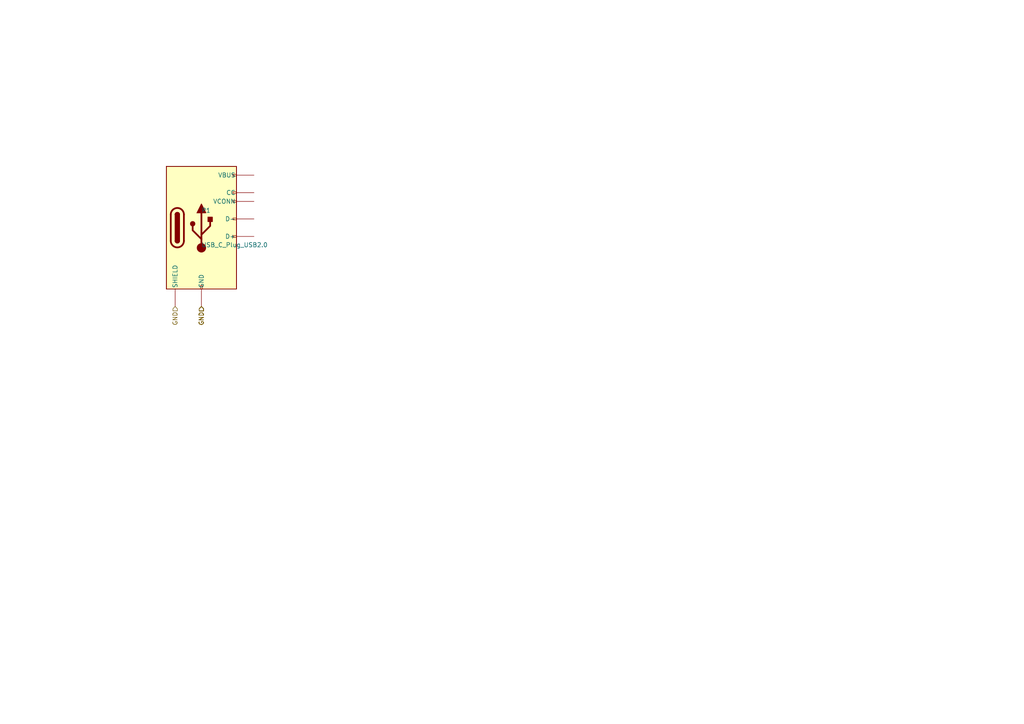
<source format=kicad_sch>
(kicad_sch (version 20250114) (generator "circuit_synth") (generator_version "9.0")
  (paper "A4")
  (lib_symbols
    (symbol "Connector:USB_C_Plug_USB2.0" (pin_numbers hide) (pin_names (offset 0.254))
      (property "Reference" "P" (at 0 0 0))
      (property "Value" "USB_C_Plug_USB2.0" (at 0 -2.54 0))
      (symbol "USB_C_Plug_USB2.0_0_1"
        (rectangle (start -0.254 -17.78) (end 0.254 -16.764) (stroke (width 0.0)))
        (rectangle (start 10.16 15.494) (end 9.144 14.986) (stroke (width 0.0)))
        (rectangle (start 10.16 10.414) (end 9.144 9.906) (stroke (width 0.0)))
        (rectangle (start 10.16 7.874) (end 9.144 7.366) (stroke (width 0.0)))
        (rectangle (start 10.16 2.794) (end 9.144 2.286) (stroke (width 0.0)))
        (rectangle (start 10.16 -2.286) (end 9.144 -2.794) (stroke (width 0.0)))
        (rectangle (start -10.16 17.78) (end 10.16 -17.78) (stroke (width 0.254)) (fill (type background)))
        (polyline (pts (xy -8.89 -3.81) (xy -8.89 3.81)) (stroke (width 0.508)))
        (rectangle (start -7.62 -3.81) (end -6.35 3.81) (stroke (width 0.254)) (fill (type outline)))
        (arc (start -7.62 3.81) (mid -6.985 4.4423) (end -6.35 3.81) (stroke (width 0.254)))
        (arc (start -7.62 3.81) (mid -6.985 4.4423) (end -6.35 3.81) (stroke (width 0.254)) (fill (type outline)))
        (arc (start -8.89 3.81) (mid -6.985 5.7067) (end -5.08 3.81) (stroke (width 0.508)))
        (arc (start -5.08 -3.81) (mid -6.985 -5.7067) (end -8.89 -3.81) (stroke (width 0.508)))
        (arc (start -6.35 -3.81) (mid -6.985 -4.4423) (end -7.62 -3.81) (stroke (width 0.254)))
        (arc (start -6.35 -3.81) (mid -6.985 -4.4423) (end -7.62 -3.81) (stroke (width 0.254)) (fill (type outline)))
        (polyline (pts (xy -5.08 3.81) (xy -5.08 -3.81)) (stroke (width 0.508)))
        (circle (center -2.54 1.143) (radius 0.635) (stroke (width 0.254)) (fill (type outline)))
        (polyline (pts (xy -1.27 4.318) (xy 0.0 6.858) (xy 1.27 4.318) (xy -1.27 4.318)) (stroke (width 0.254)) (fill (type outline)))
        (polyline (pts (xy 0.0 -2.032) (xy 2.54 0.508) (xy 2.54 1.778)) (stroke (width 0.508)))
        (polyline (pts (xy 0.0 -3.302) (xy -2.54 -0.762) (xy -2.54 0.508)) (stroke (width 0.508)))
        (polyline (pts (xy 0.0 -5.842) (xy 0.0 4.318)) (stroke (width 0.508)))
        (circle (center 0.0 -5.842) (radius 1.27) (stroke (width 0.0)) (fill (type outline)))
        (rectangle (start 1.905 1.778) (end 3.175 3.048) (stroke (width 0.254)) (fill (type outline)))
      )
      (symbol "USB_C_Plug_USB2.0_1_1"
        (pin passive line (at -7.62 -22.86 90.0) (length 5.08) (name SHIELD) (number S1))
        (pin passive line (at 0.0 -22.86 90.0) (length 5.08) (name GND) (number A1))
        (pin passive line (hide yes) (at 0.0 -22.86 90.0) (length 5.08) (name GND) (number A12))
        (pin passive line (hide yes) (at 0.0 -22.86 90.0) (length 5.08) (name GND) (number B1))
        (pin passive line (hide yes) (at 0.0 -22.86 90.0) (length 5.08) (name GND) (number B12))
        (pin passive line (at 15.24 15.24 180.0) (length 5.08) (name VBUS) (number A4))
        (pin passive line (hide yes) (at 15.24 15.24 180.0) (length 5.08) (name VBUS) (number A9))
        (pin passive line (hide yes) (at 15.24 15.24 180.0) (length 5.08) (name VBUS) (number B4))
        (pin passive line (hide yes) (at 15.24 15.24 180.0) (length 5.08) (name VBUS) (number B9))
        (pin passive line (at 15.24 10.16 180.0) (length 5.08) (name CC) (number A5))
        (pin passive line (at 15.24 7.62 180.0) (length 5.08) (name VCONN) (number B5))
        (pin passive line (at 15.24 2.54 180.0) (length 5.08) (name D-) (number A7))
        (pin passive line (at 15.24 -2.54 180.0) (length 5.08) (name D+) (number A6))
      )
    )
  )
  (title_block (title child1) (date 2025-08-08) (company Circuit-Synth))
  (symbol (lib_id "Connector:USB_C_Plug_USB2.0") (at 58.42 66.04 0) (unit 1)
    (property "Reference" "P1" (at 58.42 61.040000000000006 0) (effects (justify left)))
    (property "Value" "USB_C_Plug_USB2.0" (at 58.42 71.04 0) (effects (justify left)))
  )
  (hierarchical_label GND (shape input) (at 50.800000000000004 88.9 270))
  (hierarchical_label GND (shape input) (at 58.42 88.9 270))
  (hierarchical_label GND (shape input) (at 58.42 88.9 270))
  (hierarchical_label GND (shape input) (at 58.42 88.9 270))
  (hierarchical_label GND (shape input) (at 58.42 88.9 270))
)
</source>
